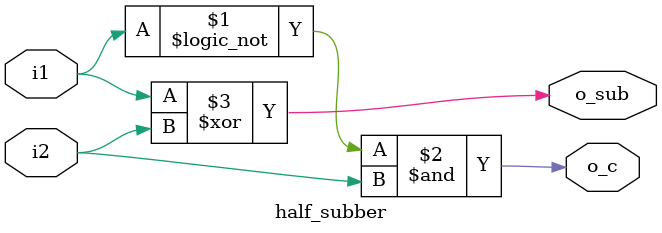
<source format=v>
`timescale 1ns / 1ps


module half_subber(
input i1,
input i2,
output o_c,
output o_sub
    );
//ÕâÀïÓÃ i1-i2
assign o_c = (!i1)&i2;
assign o_sub = i1^i2;
endmodule

</source>
